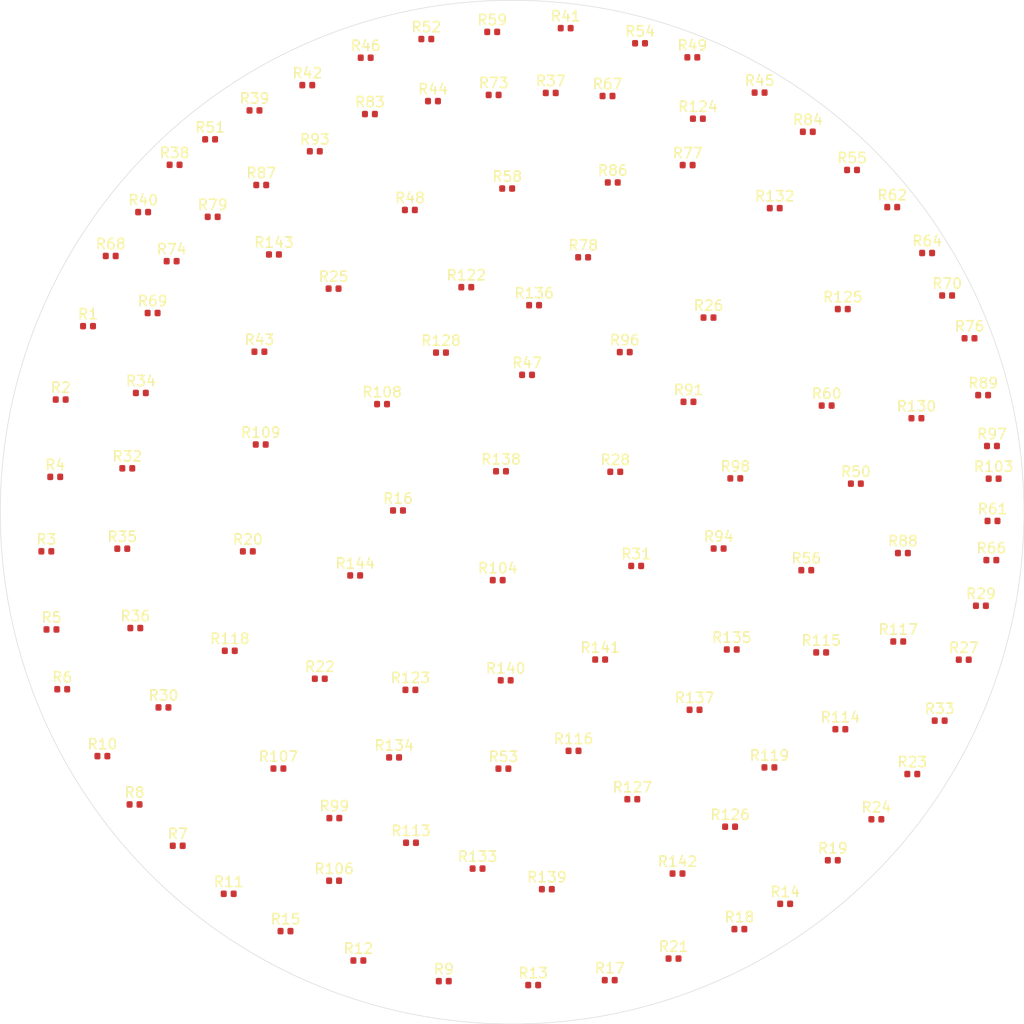
<source format=kicad_pcb>
(kicad_pcb (version 20171130) (host pcbnew "(5.1.6)-1")
  (layers (0 F.Cu signal) (31 B.Cu signal) (34 B.Paste user) (35 F.Paste user) (36 B.SilkS user) (37 F.SilkS user) (38 B.Mask user) (39 F.Mask user) (44 Edge.Cuts user))
  (net 0 "")
  (net 1 "Net-(R1-Pad2)")
  (net 2 "Net-(R1-Pad1)")
  (net 3 "Net-(R2-Pad2)")
  (net 4 "Net-(R3-Pad1)")
  (net 5 "Net-(R4-Pad2)")
  (net 6 "Net-(R5-Pad1)")
  (net 7 "Net-(R6-Pad2)")
  (net 8 "Net-(R7-Pad1)")
  (net 9 "Net-(R10-Pad1)")
  (net 10 "Net-(R11-Pad2)")
  (net 11 "Net-(R10-Pad2)")
  (net 12 "Net-(R11-Pad1)")
  (net 13 "Net-(R12-Pad2)")
  (net 14 "Net-(R13-Pad1)")
  (net 15 "Net-(R14-Pad2)")
  (net 16 "Net-(R15-Pad1)")
  (net 17 "Net-(R16-Pad2)")
  (net 18 "Net-(R17-Pad1)")
  (net 19 "Net-(R18-Pad2)")
  (net 20 "Net-(R19-Pad1)")
  (net 21 "Net-(R20-Pad2)")
  (net 22 "Net-(R21-Pad1)")
  (net 23 "Net-(R22-Pad2)")
  (net 24 "Net-(R23-Pad1)")
  (net 25 "Net-(R24-Pad2)")
  (net 26 "Net-(R25-Pad2)")
  (net 27 "Net-(R26-Pad2)")
  (net 28 "Net-(R27-Pad2)")
  (net 29 "Net-(R28-Pad2)")
  (net 30 "Net-(R29-Pad2)")
  (net 31 "Net-(R30-Pad2)")
  (net 32 "Net-(R31-Pad2)")
  (net 33 "Net-(R32-Pad2)")
  (net 34 "Net-(R33-Pad2)")
  (net 35 "Net-(R34-Pad2)")
  (net 36 "Net-(R35-Pad2)")
  (net 37 "Net-(R37-Pad2)")
  (net 38 "Net-(R37-Pad1)")
  (net 39 "Net-(R38-Pad2)")
  (net 40 "Net-(R39-Pad1)")
  (net 41 "Net-(R40-Pad2)")
  (net 42 "Net-(R41-Pad1)")
  (net 43 "Net-(R42-Pad2)")
  (net 44 "Net-(R43-Pad1)")
  (net 45 "Net-(R44-Pad2)")
  (net 46 "Net-(R45-Pad1)")
  (net 47 "Net-(R46-Pad2)")
  (net 48 "Net-(R47-Pad1)")
  (net 49 "Net-(R48-Pad2)")
  (net 50 "Net-(R49-Pad1)")
  (net 51 "Net-(R50-Pad2)")
  (net 52 "Net-(R51-Pad1)")
  (net 53 "Net-(R52-Pad2)")
  (net 54 "Net-(R53-Pad1)")
  (net 55 "Net-(R54-Pad2)")
  (net 56 "Net-(R55-Pad1)")
  (net 57 "Net-(R56-Pad2)")
  (net 58 "Net-(R57-Pad1)")
  (net 59 "Net-(R58-Pad2)")
  (net 60 "Net-(R59-Pad1)")
  (net 61 "Net-(R60-Pad2)")
  (net 62 "Net-(R61-Pad2)")
  (net 63 "Net-(R62-Pad2)")
  (net 64 "Net-(R63-Pad2)")
  (net 65 "Net-(R64-Pad2)")
  (net 66 "Net-(R65-Pad2)")
  (net 67 "Net-(R66-Pad2)")
  (net 68 "Net-(R67-Pad2)")
  (net 69 "Net-(R68-Pad2)")
  (net 70 "Net-(R69-Pad2)")
  (net 71 "Net-(R70-Pad2)")
  (net 72 "Net-(R73-Pad1)")
  (net 73 "Net-(R73-Pad2)")
  (net 74 "Net-(R74-Pad2)")
  (net 75 "Net-(R75-Pad1)")
  (net 76 "Net-(R76-Pad2)")
  (net 77 "Net-(R77-Pad2)")
  (net 78 "Net-(R77-Pad1)")
  (net 79 "Net-(R78-Pad2)")
  (net 80 "Net-(R79-Pad1)")
  (net 81 "Net-(R80-Pad2)")
  (net 82 "Net-(R82-Pad2)")
  (net 83 "Net-(R83-Pad1)")
  (net 84 "Net-(R84-Pad2)")
  (net 85 "Net-(R85-Pad1)")
  (net 86 "Net-(R86-Pad2)")
  (net 87 "Net-(R87-Pad1)")
  (net 88 "Net-(R88-Pad2)")
  (net 89 "Net-(R89-Pad1)")
  (net 90 "Net-(R90-Pad2)")
  (net 91 "Net-(R91-Pad1)")
  (net 92 "Net-(R92-Pad2)")
  (net 93 "Net-(R93-Pad1)")
  (net 94 "Net-(R94-Pad2)")
  (net 95 "Net-(R95-Pad1)")
  (net 96 "Net-(R100-Pad1)")
  (net 97 "Net-(R101-Pad2)")
  (net 98 "Net-(R102-Pad1)")
  (net 99 "Net-(R103-Pad2)")
  (net 100 "Net-(R100-Pad2)")
  (net 101 "Net-(R102-Pad2)")
  (net 102 "Net-(R103-Pad1)")
  (net 103 "Net-(R104-Pad2)")
  (net 104 "Net-(R105-Pad1)")
  (net 105 "Net-(R106-Pad2)")
  (net 106 "Net-(R107-Pad1)")
  (net 107 "Net-(R108-Pad2)")
  (net 108 "Net-(R109-Pad1)")
  (net 109 "Net-(R110-Pad2)")
  (net 110 "Net-(R111-Pad1)")
  (net 111 "Net-(R112-Pad2)")
  (net 112 "Net-(R113-Pad1)")
  (net 113 "Net-(R114-Pad2)")
  (net 114 "Net-(R115-Pad1)")
  (net 115 "Net-(R116-Pad2)")
  (net 116 "Net-(R117-Pad2)")
  (net 117 "Net-(R118-Pad2)")
  (net 118 "Net-(R119-Pad2)")
  (net 119 "Net-(R121-Pad2)")
  (net 120 "Net-(R122-Pad2)")
  (net 121 "Net-(R123-Pad2)")
  (net 122 "Net-(R124-Pad2)")
  (net 123 "Net-(R125-Pad2)")
  (net 124 "Net-(R126-Pad2)")
  (net 125 "Net-(R127-Pad2)")
  (net 126 "Net-(R130-Pad2)")
  (net 127 "Net-(R131-Pad1)")
  (net 128 "Net-(R132-Pad2)")
  (net 129 "Net-(R133-Pad2)")
  (net 130 "Net-(R134-Pad2)")
  (net 131 "Net-(R135-Pad2)")
  (net 132 "Net-(R136-Pad2)")
  (net 133 "Net-(R137-Pad2)")
  (net 134 "Net-(R138-Pad2)")
  (net 135 "Net-(R139-Pad2)")
  (net 136 "Net-(R140-Pad2)")
  (net 137 "Net-(R141-Pad2)")
  (net 138 "Net-(R142-Pad2)")
  (net 139 "Net-(R143-Pad2)")
  (module Resistor_SMD:R_0402_1005Metric (layer F.Cu) (at 76.52004 48.16856)
    (fp_text reference R1 (at 0 -1.17) (layer F.SilkS))
    (fp_text value R)
    (pad 2 smd roundrect (at 0.485 0) (size 0.59 0.64) (layers F.Cu F.Paste F.Mask) (net 1 "Net-(R1-Pad2)"))
    (pad 1 smd roundrect (at -0.485 0) (size 0.59 0.64) (layers F.Cu F.Paste F.Mask) (net 2 "Net-(R1-Pad1)"))
  )
  (module Resistor_SMD:R_0402_1005Metric (layer F.Cu) (at 73.850461 55.339861)
    (fp_text reference R2 (at 0 -1.17) (layer F.SilkS))
    (fp_text value R)
    (pad 2 smd roundrect (at 0.485 0) (size 0.59 0.64) (layers F.Cu F.Paste F.Mask) (net 3 "Net-(R2-Pad2)"))
    (pad 1 smd roundrect (at -0.485 0) (size 0.59 0.64) (layers F.Cu F.Paste F.Mask) (net 1 "Net-(R1-Pad2)"))
  )
  (module Resistor_SMD:R_0402_1005Metric (layer F.Cu) (at 72.44842 70.16496)
    (fp_text reference R3 (at 0 -1.17) (layer F.SilkS))
    (fp_text value R)
    (pad 2 smd roundrect (at 0.485 0) (size 0.59 0.64) (layers F.Cu F.Paste F.Mask) (net 2 "Net-(R1-Pad1)"))
    (pad 1 smd roundrect (at -0.485 0) (size 0.59 0.64) (layers F.Cu F.Paste F.Mask) (net 4 "Net-(R3-Pad1)"))
  )
  (module Resistor_SMD:R_0402_1005Metric (layer F.Cu) (at 73.3171 62.89294)
    (fp_text reference R4 (at 0 -1.17) (layer F.SilkS))
    (fp_text value R)
    (pad 1 smd roundrect (at -0.485 0) (size 0.59 0.64) (layers F.Cu F.Paste F.Mask) (net 3 "Net-(R2-Pad2)"))
    (pad 2 smd roundrect (at 0.485 0) (size 0.59 0.64) (layers F.Cu F.Paste F.Mask) (net 5 "Net-(R4-Pad2)"))
  )
  (module Resistor_SMD:R_0402_1005Metric (layer F.Cu) (at 72.95134 77.79766)
    (fp_text reference R5 (at 0 -1.17) (layer F.SilkS))
    (fp_text value R)
    (pad 1 smd roundrect (at -0.485 0) (size 0.59 0.64) (layers F.Cu F.Paste F.Mask) (net 6 "Net-(R5-Pad1)"))
    (pad 2 smd roundrect (at 0.485 0) (size 0.59 0.64) (layers F.Cu F.Paste F.Mask) (net 4 "Net-(R3-Pad1)"))
  )
  (module Resistor_SMD:R_0402_1005Metric (layer F.Cu) (at 73.99782 83.63458)
    (fp_text reference R6 (at 0 -1.17) (layer F.SilkS))
    (fp_text value R)
    (pad 2 smd roundrect (at 0.485 0) (size 0.59 0.64) (layers F.Cu F.Paste F.Mask) (net 7 "Net-(R6-Pad2)"))
    (pad 1 smd roundrect (at -0.485 0) (size 0.59 0.64) (layers F.Cu F.Paste F.Mask) (net 5 "Net-(R4-Pad2)"))
  )
  (module Resistor_SMD:R_0402_1005Metric (layer F.Cu) (at 85.28304 98.92792)
    (fp_text reference R7 (at 0 -1.17) (layer F.SilkS))
    (fp_text value R)
    (pad 2 smd roundrect (at 0.485 0) (size 0.59 0.64) (layers F.Cu F.Paste F.Mask) (net 6 "Net-(R5-Pad1)"))
    (pad 1 smd roundrect (at -0.485 0) (size 0.59 0.64) (layers F.Cu F.Paste F.Mask) (net 8 "Net-(R7-Pad1)"))
  )
  (module Resistor_SMD:R_0402_1005Metric (layer F.Cu) (at 81.06664 94.89186)
    (fp_text reference R8 (at 0 -1.17) (layer F.SilkS))
    (fp_text value R)
    (pad 1 smd roundrect (at -0.485 0) (size 0.59 0.64) (layers F.Cu F.Paste F.Mask) (net 7 "Net-(R6-Pad2)"))
    (pad 2 smd roundrect (at 0.485 0) (size 0.59 0.64) (layers F.Cu F.Paste F.Mask) (net 9 "Net-(R10-Pad1)"))
  )
  (module Resistor_SMD:R_0402_1005Metric (layer F.Cu) (at 111.27232 112.15116)
    (fp_text reference R9 (at 0 -1.17) (layer F.SilkS))
    (fp_text value R)
    (pad 1 smd roundrect (at -0.485 0) (size 0.59 0.64) (layers F.Cu F.Paste F.Mask) (net 10 "Net-(R11-Pad2)"))
    (pad 2 smd roundrect (at 0.485 0) (size 0.59 0.64) (layers F.Cu F.Paste F.Mask) (net 8 "Net-(R7-Pad1)"))
  )
  (module Resistor_SMD:R_0402_1005Metric (layer F.Cu) (at 77.92466 90.17)
    (fp_text reference R10 (at 0 -1.17) (layer F.SilkS))
    (fp_text value R)
    (pad 2 smd roundrect (at 0.485 0) (size 0.59 0.64) (layers F.Cu F.Paste F.Mask) (net 11 "Net-(R10-Pad2)"))
    (pad 1 smd roundrect (at -0.485 0) (size 0.59 0.64) (layers F.Cu F.Paste F.Mask) (net 9 "Net-(R10-Pad1)"))
  )
  (module Resistor_SMD:R_0402_1005Metric (layer F.Cu) (at 90.26398 103.6193)
    (fp_text reference R11 (at 0 -1.17) (layer F.SilkS))
    (fp_text value R)
    (pad 2 smd roundrect (at 0.485 0) (size 0.59 0.64) (layers F.Cu F.Paste F.Mask) (net 10 "Net-(R11-Pad2)"))
    (pad 1 smd roundrect (at -0.485 0) (size 0.59 0.64) (layers F.Cu F.Paste F.Mask) (net 12 "Net-(R11-Pad1)"))
  )
  (module Resistor_SMD:R_0402_1005Metric (layer F.Cu) (at 102.92842 110.13694)
    (fp_text reference R12 (at 0 -1.17) (layer F.SilkS))
    (fp_text value R)
    (pad 1 smd roundrect (at -0.485 0) (size 0.59 0.64) (layers F.Cu F.Paste F.Mask) (net 11 "Net-(R10-Pad2)"))
    (pad 2 smd roundrect (at 0.485 0) (size 0.59 0.64) (layers F.Cu F.Paste F.Mask) (net 13 "Net-(R12-Pad2)"))
  )
  (module Resistor_SMD:R_0402_1005Metric (layer F.Cu) (at 120.0023 112.5347)
    (fp_text reference R13 (at 0 -1.17) (layer F.SilkS))
    (fp_text value R)
    (pad 1 smd roundrect (at -0.485 0) (size 0.59 0.64) (layers F.Cu F.Paste F.Mask) (net 14 "Net-(R13-Pad1)"))
    (pad 2 smd roundrect (at 0.485 0) (size 0.59 0.64) (layers F.Cu F.Paste F.Mask) (net 12 "Net-(R11-Pad1)"))
  )
  (module Resistor_SMD:R_0402_1005Metric (layer F.Cu) (at 144.6149 104.59974)
    (fp_text reference R14 (at 0 -1.17) (layer F.SilkS))
    (fp_text value R)
    (pad 2 smd roundrect (at 0.485 0) (size 0.59 0.64) (layers F.Cu F.Paste F.Mask) (net 15 "Net-(R14-Pad2)"))
    (pad 1 smd roundrect (at -0.485 0) (size 0.59 0.64) (layers F.Cu F.Paste F.Mask) (net 13 "Net-(R12-Pad2)"))
  )
  (module Resistor_SMD:R_0402_1005Metric (layer F.Cu) (at 95.81134 107.26674)
    (fp_text reference R15 (at 0 -1.17) (layer F.SilkS))
    (fp_text value R)
    (pad 2 smd roundrect (at 0.485 0) (size 0.59 0.64) (layers F.Cu F.Paste F.Mask) (net 14 "Net-(R13-Pad1)"))
    (pad 1 smd roundrect (at -0.485 0) (size 0.59 0.64) (layers F.Cu F.Paste F.Mask) (net 16 "Net-(R15-Pad1)"))
  )
  (module Resistor_SMD:R_0402_1005Metric (layer F.Cu) (at 106.798521 66.174321)
    (fp_text reference R16 (at 0 -1.17) (layer F.SilkS))
    (fp_text value R)
    (pad 1 smd roundrect (at -0.485 0) (size 0.59 0.64) (layers F.Cu F.Paste F.Mask) (net 15 "Net-(R14-Pad2)"))
    (pad 2 smd roundrect (at 0.485 0) (size 0.59 0.64) (layers F.Cu F.Paste F.Mask) (net 17 "Net-(R16-Pad2)"))
  )
  (module Resistor_SMD:R_0402_1005Metric (layer F.Cu) (at 127.4826 112.05464)
    (fp_text reference R17 (at 0 -1.17) (layer F.SilkS))
    (fp_text value R)
    (pad 1 smd roundrect (at -0.485 0) (size 0.59 0.64) (layers F.Cu F.Paste F.Mask) (net 18 "Net-(R17-Pad1)"))
    (pad 2 smd roundrect (at 0.485 0) (size 0.59 0.64) (layers F.Cu F.Paste F.Mask) (net 16 "Net-(R15-Pad1)"))
  )
  (module Resistor_SMD:R_0402_1005Metric (layer F.Cu) (at 140.1445 107.06862)
    (fp_text reference R18 (at 0 -1.17) (layer F.SilkS))
    (fp_text value R)
    (pad 1 smd roundrect (at -0.485 0) (size 0.59 0.64) (layers F.Cu F.Paste F.Mask) (net 17 "Net-(R16-Pad2)"))
    (pad 2 smd roundrect (at 0.485 0) (size 0.59 0.64) (layers F.Cu F.Paste F.Mask) (net 19 "Net-(R18-Pad2)"))
  )
  (module Resistor_SMD:R_0402_1005Metric (layer F.Cu) (at 149.27072 100.3427)
    (fp_text reference R19 (at 0 -1.17) (layer F.SilkS))
    (fp_text value R)
    (pad 1 smd roundrect (at -0.485 0) (size 0.59 0.64) (layers F.Cu F.Paste F.Mask) (net 20 "Net-(R19-Pad1)"))
    (pad 2 smd roundrect (at 0.485 0) (size 0.59 0.64) (layers F.Cu F.Paste F.Mask) (net 18 "Net-(R17-Pad1)"))
  )
  (module Resistor_SMD:R_0402_1005Metric (layer F.Cu) (at 92.13088 70.17004)
    (fp_text reference R20 (at 0 -1.17) (layer F.SilkS))
    (fp_text value R)
    (pad 1 smd roundrect (at -0.485 0) (size 0.59 0.64) (layers F.Cu F.Paste F.Mask) (net 19 "Net-(R18-Pad2)"))
    (pad 2 smd roundrect (at 0.485 0) (size 0.59 0.64) (layers F.Cu F.Paste F.Mask) (net 21 "Net-(R20-Pad2)"))
  )
  (module Resistor_SMD:R_0402_1005Metric (layer F.Cu) (at 133.71336 109.94644)
    (fp_text reference R21 (at 0 -1.17) (layer F.SilkS))
    (fp_text value R)
    (pad 1 smd roundrect (at -0.485 0) (size 0.59 0.64) (layers F.Cu F.Paste F.Mask) (net 22 "Net-(R21-Pad1)"))
    (pad 2 smd roundrect (at 0.485 0) (size 0.59 0.64) (layers F.Cu F.Paste F.Mask) (net 20 "Net-(R19-Pad1)"))
  )
  (module Resistor_SMD:R_0402_1005Metric (layer F.Cu) (at 99.1616 82.61096)
    (fp_text reference R22 (at 0 -1.17) (layer F.SilkS))
    (fp_text value R)
    (pad 2 smd roundrect (at 0.485 0) (size 0.59 0.64) (layers F.Cu F.Paste F.Mask) (net 23 "Net-(R22-Pad2)"))
    (pad 1 smd roundrect (at -0.485 0) (size 0.59 0.64) (layers F.Cu F.Paste F.Mask) (net 21 "Net-(R20-Pad2)"))
  )
  (module Resistor_SMD:R_0402_1005Metric (layer F.Cu) (at 157.0355 91.92006)
    (fp_text reference R23 (at 0 -1.17) (layer F.SilkS))
    (fp_text value R)
    (pad 2 smd roundrect (at 0.485 0) (size 0.59 0.64) (layers F.Cu F.Paste F.Mask) (net 22 "Net-(R21-Pad1)"))
    (pad 1 smd roundrect (at -0.485 0) (size 0.59 0.64) (layers F.Cu F.Paste F.Mask) (net 24 "Net-(R23-Pad1)"))
  )
  (module Resistor_SMD:R_0402_1005Metric (layer F.Cu) (at 153.52522 96.33966)
    (fp_text reference R24 (at 0 -1.17) (layer F.SilkS))
    (fp_text value R)
    (pad 1 smd roundrect (at -0.485 0) (size 0.59 0.64) (layers F.Cu F.Paste F.Mask) (net 23 "Net-(R22-Pad2)"))
    (pad 2 smd roundrect (at 0.485 0) (size 0.59 0.64) (layers F.Cu F.Paste F.Mask) (net 25 "Net-(R24-Pad2)"))
  )
  (module Resistor_SMD:R_0402_1005Metric (layer F.Cu) (at 100.50526 44.50588)
    (fp_text reference R25 (at 0 -1.17) (layer F.SilkS))
    (fp_text value R)
    (pad 2 smd roundrect (at 0.485 0) (size 0.59 0.64) (layers F.Cu F.Paste F.Mask) (net 26 "Net-(R25-Pad2)"))
    (pad 1 smd roundrect (at -0.485 0) (size 0.59 0.64) (layers F.Cu F.Paste F.Mask) (net 24 "Net-(R23-Pad1)"))
  )
  (module Resistor_SMD:R_0402_1005Metric (layer F.Cu) (at 137.12952 47.3329)
    (fp_text reference R26 (at 0 -1.17) (layer F.SilkS))
    (fp_text value R)
    (pad 1 smd roundrect (at -0.485 0) (size 0.59 0.64) (layers F.Cu F.Paste F.Mask) (net 26 "Net-(R25-Pad2)"))
    (pad 2 smd roundrect (at 0.485 0) (size 0.59 0.64) (layers F.Cu F.Paste F.Mask) (net 27 "Net-(R26-Pad2)"))
  )
  (module Resistor_SMD:R_0402_1005Metric (layer F.Cu) (at 162.0647 80.75168)
    (fp_text reference R27 (at 0 -1.17) (layer F.SilkS))
    (fp_text value R)
    (pad 2 smd roundrect (at 0.485 0) (size 0.59 0.64) (layers F.Cu F.Paste F.Mask) (net 28 "Net-(R27-Pad2)"))
    (pad 1 smd roundrect (at -0.485 0) (size 0.59 0.64) (layers F.Cu F.Paste F.Mask) (net 27 "Net-(R26-Pad2)"))
  )
  (module Resistor_SMD:R_0402_1005Metric (layer F.Cu) (at 128.02108 62.39764)
    (fp_text reference R28 (at 0 -1.17) (layer F.SilkS))
    (fp_text value R)
    (pad 1 smd roundrect (at -0.485 0) (size 0.59 0.64) (layers F.Cu F.Paste F.Mask) (net 28 "Net-(R27-Pad2)"))
    (pad 2 smd roundrect (at 0.485 0) (size 0.59 0.64) (layers F.Cu F.Paste F.Mask) (net 29 "Net-(R28-Pad2)"))
  )
  (module Resistor_SMD:R_0402_1005Metric (layer F.Cu) (at 163.73856 75.48372)
    (fp_text reference R29 (at 0 -1.17) (layer F.SilkS))
    (fp_text value R)
    (pad 2 smd roundrect (at 0.485 0) (size 0.59 0.64) (layers F.Cu F.Paste F.Mask) (net 30 "Net-(R29-Pad2)"))
    (pad 1 smd roundrect (at -0.485 0) (size 0.59 0.64) (layers F.Cu F.Paste F.Mask) (net 29 "Net-(R28-Pad2)"))
  )
  (module Resistor_SMD:R_0402_1005Metric (layer F.Cu) (at 83.88858 85.41258)
    (fp_text reference R30 (at 0 -1.17) (layer F.SilkS))
    (fp_text value R)
    (pad 2 smd roundrect (at 0.485 0) (size 0.59 0.64) (layers F.Cu F.Paste F.Mask) (net 31 "Net-(R30-Pad2)"))
    (pad 1 smd roundrect (at -0.485 0) (size 0.59 0.64) (layers F.Cu F.Paste F.Mask) (net 30 "Net-(R29-Pad2)"))
  )
  (module Resistor_SMD:R_0402_1005Metric (layer F.Cu) (at 130.06324 71.59244)
    (fp_text reference R31 (at 0 -1.17) (layer F.SilkS))
    (fp_text value R)
    (pad 2 smd roundrect (at 0.485 0) (size 0.59 0.64) (layers F.Cu F.Paste F.Mask) (net 32 "Net-(R31-Pad2)"))
    (pad 1 smd roundrect (at -0.485 0) (size 0.59 0.64) (layers F.Cu F.Paste F.Mask) (net 31 "Net-(R30-Pad2)"))
  )
  (module Resistor_SMD:R_0402_1005Metric (layer F.Cu) (at 80.35544 62.05728)
    (fp_text reference R32 (at 0 -1.17) (layer F.SilkS))
    (fp_text value R)
    (pad 1 smd roundrect (at -0.485 0) (size 0.59 0.64) (layers F.Cu F.Paste F.Mask) (net 32 "Net-(R31-Pad2)"))
    (pad 2 smd roundrect (at 0.485 0) (size 0.59 0.64) (layers F.Cu F.Paste F.Mask) (net 33 "Net-(R32-Pad2)"))
  )
  (module Resistor_SMD:R_0402_1005Metric (layer F.Cu) (at 159.71266 86.70544)
    (fp_text reference R33 (at 0 -1.17) (layer F.SilkS))
    (fp_text value R)
    (pad 2 smd roundrect (at 0.485 0) (size 0.59 0.64) (layers F.Cu F.Paste F.Mask) (net 34 "Net-(R33-Pad2)"))
    (pad 1 smd roundrect (at -0.485 0) (size 0.59 0.64) (layers F.Cu F.Paste F.Mask) (net 33 "Net-(R32-Pad2)"))
  )
  (module Resistor_SMD:R_0402_1005Metric (layer F.Cu) (at 81.68132 54.69636)
    (fp_text reference R34 (at 0 -1.17) (layer F.SilkS))
    (fp_text value R)
    (pad 1 smd roundrect (at -0.485 0) (size 0.59 0.64) (layers F.Cu F.Paste F.Mask) (net 34 "Net-(R33-Pad2)"))
    (pad 2 smd roundrect (at 0.485 0) (size 0.59 0.64) (layers F.Cu F.Paste F.Mask) (net 35 "Net-(R34-Pad2)"))
  )
  (module Resistor_SMD:R_0402_1005Metric (layer F.Cu) (at 79.86522 69.90842)
    (fp_text reference R35 (at 0 -1.17) (layer F.SilkS))
    (fp_text value R)
    (pad 2 smd roundrect (at 0.485 0) (size 0.59 0.64) (layers F.Cu F.Paste F.Mask) (net 36 "Net-(R35-Pad2)"))
    (pad 1 smd roundrect (at -0.485 0) (size 0.59 0.64) (layers F.Cu F.Paste F.Mask) (net 35 "Net-(R34-Pad2)"))
  )
  (module Resistor_SMD:R_0402_1005Metric (layer F.Cu) (at 81.1403 77.6605)
    (fp_text reference R36 (at 0 -1.17) (layer F.SilkS))
    (fp_text value R)
    (pad 1 smd roundrect (at -0.485 0) (size 0.59 0.64) (layers F.Cu F.Paste F.Mask) (net 36 "Net-(R35-Pad2)"))
    (pad 2 smd roundrect (at 0.485 0) (size 0.59 0.64) (layers F.Cu F.Paste F.Mask) (net 25 "Net-(R24-Pad2)"))
  )
  (module Resistor_SMD:R_0402_1005Metric (layer F.Cu) (at 121.71934 25.38984)
    (fp_text reference R37 (at 0 -1.17) (layer F.SilkS))
    (fp_text value R)
    (pad 2 smd roundrect (at 0.485 0) (size 0.59 0.64) (layers F.Cu F.Paste F.Mask) (net 37 "Net-(R37-Pad2)"))
    (pad 1 smd roundrect (at -0.485 0) (size 0.59 0.64) (layers F.Cu F.Paste F.Mask) (net 38 "Net-(R37-Pad1)"))
  )
  (module Resistor_SMD:R_0402_1005Metric (layer F.Cu) (at 84.9757 32.4104)
    (fp_text reference R38 (at 0 -1.17) (layer F.SilkS))
    (fp_text value R)
    (pad 2 smd roundrect (at 0.485 0) (size 0.59 0.64) (layers F.Cu F.Paste F.Mask) (net 39 "Net-(R38-Pad2)"))
    (pad 1 smd roundrect (at -0.485 0) (size 0.59 0.64) (layers F.Cu F.Paste F.Mask) (net 37 "Net-(R37-Pad2)"))
  )
  (module Resistor_SMD:R_0402_1005Metric (layer F.Cu) (at 92.78112 27.09672)
    (fp_text reference R39 (at 0 -1.17) (layer F.SilkS))
    (fp_text value R)
    (pad 2 smd roundrect (at 0.485 0) (size 0.59 0.64) (layers F.Cu F.Paste F.Mask) (net 38 "Net-(R37-Pad1)"))
    (pad 1 smd roundrect (at -0.485 0) (size 0.59 0.64) (layers F.Cu F.Paste F.Mask) (net 40 "Net-(R39-Pad1)"))
  )
  (module Resistor_SMD:R_0402_1005Metric (layer F.Cu) (at 81.9023 37.03066)
    (fp_text reference R40 (at 0 -1.17) (layer F.SilkS))
    (fp_text value R)
    (pad 1 smd roundrect (at -0.485 0) (size 0.59 0.64) (layers F.Cu F.Paste F.Mask) (net 39 "Net-(R38-Pad2)"))
    (pad 2 smd roundrect (at 0.485 0) (size 0.59 0.64) (layers F.Cu F.Paste F.Mask) (net 41 "Net-(R40-Pad2)"))
  )
  (module Resistor_SMD:R_0402_1005Metric (layer F.Cu) (at 123.17984 19.0627)
    (fp_text reference R41 (at 0 -1.17) (layer F.SilkS))
    (fp_text value R)
    (pad 1 smd roundrect (at -0.485 0) (size 0.59 0.64) (layers F.Cu F.Paste F.Mask) (net 42 "Net-(R41-Pad1)"))
    (pad 2 smd roundrect (at 0.485 0) (size 0.59 0.64) (layers F.Cu F.Paste F.Mask) (net 40 "Net-(R39-Pad1)"))
  )
  (module Resistor_SMD:R_0402_1005Metric (layer F.Cu) (at 97.93732 24.62784)
    (fp_text reference R42 (at 0 -1.17) (layer F.SilkS))
    (fp_text value R)
    (pad 2 smd roundrect (at 0.485 0) (size 0.59 0.64) (layers F.Cu F.Paste F.Mask) (net 43 "Net-(R42-Pad2)"))
    (pad 1 smd roundrect (at -0.485 0) (size 0.59 0.64) (layers F.Cu F.Paste F.Mask) (net 41 "Net-(R40-Pad2)"))
  )
  (module Resistor_SMD:R_0402_1005Metric (layer F.Cu) (at 93.26118 50.66792)
    (fp_text reference R43 (at 0 -1.17) (layer F.SilkS))
    (fp_text value R)
    (pad 2 smd roundrect (at 0.485 0) (size 0.59 0.64) (layers F.Cu F.Paste F.Mask) (net 42 "Net-(R41-Pad1)"))
    (pad 1 smd roundrect (at -0.485 0) (size 0.59 0.64) (layers F.Cu F.Paste F.Mask) (net 44 "Net-(R43-Pad1)"))
  )
  (module Resistor_SMD:R_0402_1005Metric (layer F.Cu) (at 110.21568 26.18994)
    (fp_text reference R44 (at 0 -1.17) (layer F.SilkS))
    (fp_text value R)
    (pad 1 smd roundrect (at -0.485 0) (size 0.59 0.64) (layers F.Cu F.Paste F.Mask) (net 43 "Net-(R42-Pad2)"))
    (pad 2 smd roundrect (at 0.485 0) (size 0.59 0.64) (layers F.Cu F.Paste F.Mask) (net 45 "Net-(R44-Pad2)"))
  )
  (module Resistor_SMD:R_0402_1005Metric (layer F.Cu) (at 142.12062 25.35682)
    (fp_text reference R45 (at 0 -1.17) (layer F.SilkS))
    (fp_text value R)
    (pad 1 smd roundrect (at -0.485 0) (size 0.59 0.64) (layers F.Cu F.Paste F.Mask) (net 46 "Net-(R45-Pad1)"))
    (pad 2 smd roundrect (at 0.485 0) (size 0.59 0.64) (layers F.Cu F.Paste F.Mask) (net 44 "Net-(R43-Pad1)"))
  )
  (module Resistor_SMD:R_0402_1005Metric (layer F.Cu) (at 103.6447 21.94814)
    (fp_text reference R46 (at 0 -1.17) (layer F.SilkS))
    (fp_text value R)
    (pad 2 smd roundrect (at 0.485 0) (size 0.59 0.64) (layers F.Cu F.Paste F.Mask) (net 47 "Net-(R46-Pad2)"))
    (pad 1 smd roundrect (at -0.485 0) (size 0.59 0.64) (layers F.Cu F.Paste F.Mask) (net 45 "Net-(R44-Pad2)"))
  )
  (module Resistor_SMD:R_0402_1005Metric (layer F.Cu) (at 119.4054 52.92852)
    (fp_text reference R47 (at 0 -1.17) (layer F.SilkS))
    (fp_text value R)
    (pad 2 smd roundrect (at 0.485 0) (size 0.59 0.64) (layers F.Cu F.Paste F.Mask) (net 46 "Net-(R45-Pad1)"))
    (pad 1 smd roundrect (at -0.485 0) (size 0.59 0.64) (layers F.Cu F.Paste F.Mask) (net 48 "Net-(R47-Pad1)"))
  )
  (module Resistor_SMD:R_0402_1005Metric (layer F.Cu) (at 107.96016 36.81984)
    (fp_text reference R48 (at 0 -1.17) (layer F.SilkS))
    (fp_text value R)
    (pad 1 smd roundrect (at -0.485 0) (size 0.59 0.64) (layers F.Cu F.Paste F.Mask) (net 47 "Net-(R46-Pad2)"))
    (pad 2 smd roundrect (at 0.485 0) (size 0.59 0.64) (layers F.Cu F.Paste F.Mask) (net 49 "Net-(R48-Pad2)"))
  )
  (module Resistor_SMD:R_0402_1005Metric (layer F.Cu) (at 135.5471 21.91258)
    (fp_text reference R49 (at 0 -1.17) (layer F.SilkS))
    (fp_text value R)
    (pad 1 smd roundrect (at -0.485 0) (size 0.59 0.64) (layers F.Cu F.Paste F.Mask) (net 50 "Net-(R49-Pad1)"))
    (pad 2 smd roundrect (at 0.485 0) (size 0.59 0.64) (layers F.Cu F.Paste F.Mask) (net 48 "Net-(R47-Pad1)"))
  )
  (module Resistor_SMD:R_0402_1005Metric (layer F.Cu) (at 151.5237 63.55588)
    (fp_text reference R50 (at 0 -1.17) (layer F.SilkS))
    (fp_text value R)
    (pad 2 smd roundrect (at 0.485 0) (size 0.59 0.64) (layers F.Cu F.Paste F.Mask) (net 51 "Net-(R50-Pad2)"))
    (pad 1 smd roundrect (at -0.485 0) (size 0.59 0.64) (layers F.Cu F.Paste F.Mask) (net 49 "Net-(R48-Pad2)"))
  )
  (module Resistor_SMD:R_0402_1005Metric (layer F.Cu) (at 88.44534 29.9212)
    (fp_text reference R51 (at 0 -1.17) (layer F.SilkS))
    (fp_text value R)
    (pad 2 smd roundrect (at 0.485 0) (size 0.59 0.64) (layers F.Cu F.Paste F.Mask) (net 50 "Net-(R49-Pad1)"))
    (pad 1 smd roundrect (at -0.485 0) (size 0.59 0.64) (layers F.Cu F.Paste F.Mask) (net 52 "Net-(R51-Pad1)"))
  )
  (module Resistor_SMD:R_0402_1005Metric (layer F.Cu) (at 109.56558 20.12442)
    (fp_text reference R52 (at 0 -1.17) (layer F.SilkS))
    (fp_text value R)
    (pad 1 smd roundrect (at -0.485 0) (size 0.59 0.64) (layers F.Cu F.Paste F.Mask) (net 51 "Net-(R50-Pad2)"))
    (pad 2 smd roundrect (at 0.485 0) (size 0.59 0.64) (layers F.Cu F.Paste F.Mask) (net 53 "Net-(R52-Pad2)"))
  )
  (module Resistor_SMD:R_0402_1005Metric (layer F.Cu) (at 117.094 91.39428)
    (fp_text reference R53 (at 0 -1.17) (layer F.SilkS))
    (fp_text value R)
    (pad 1 smd roundrect (at -0.485 0) (size 0.59 0.64) (layers F.Cu F.Paste F.Mask) (net 54 "Net-(R53-Pad1)"))
    (pad 2 smd roundrect (at 0.485 0) (size 0.59 0.64) (layers F.Cu F.Paste F.Mask) (net 52 "Net-(R51-Pad1)"))
  )
  (module Resistor_SMD:R_0402_1005Metric (layer F.Cu) (at 130.4417 20.53844)
    (fp_text reference R54 (at 0 -1.17) (layer F.SilkS))
    (fp_text value R)
    (pad 1 smd roundrect (at -0.485 0) (size 0.59 0.64) (layers F.Cu F.Paste F.Mask) (net 53 "Net-(R52-Pad2)"))
    (pad 2 smd roundrect (at 0.485 0) (size 0.59 0.64) (layers F.Cu F.Paste F.Mask) (net 55 "Net-(R54-Pad2)"))
  )
  (module Resistor_SMD:R_0402_1005Metric (layer F.Cu) (at 151.15032 32.91332)
    (fp_text reference R55 (at 0 -1.17) (layer F.SilkS))
    (fp_text value R)
    (pad 1 smd roundrect (at -0.485 0) (size 0.59 0.64) (layers F.Cu F.Paste F.Mask) (net 56 "Net-(R55-Pad1)"))
    (pad 2 smd roundrect (at 0.485 0) (size 0.59 0.64) (layers F.Cu F.Paste F.Mask) (net 54 "Net-(R53-Pad1)"))
  )
  (module Resistor_SMD:R_0402_1005Metric (layer F.Cu) (at 146.67992 72.009)
    (fp_text reference R56 (at 0 -1.17) (layer F.SilkS))
    (fp_text value R)
    (pad 1 smd roundrect (at -0.485 0) (size 0.59 0.64) (layers F.Cu F.Paste F.Mask) (net 55 "Net-(R54-Pad2)"))
    (pad 2 smd roundrect (at 0.485 0) (size 0.59 0.64) (layers F.Cu F.Paste F.Mask) (net 57 "Net-(R56-Pad2)"))
  )
  (module Resistor_SMD:R_0402_1005Metric (layer F.Cu) (at 117.4623 34.72688)
    (fp_text reference R58 (at 0 -1.17) (layer F.SilkS))
    (fp_text value R)
    (pad 2 smd roundrect (at 0.485 0) (size 0.59 0.64) (layers F.Cu F.Paste F.Mask) (net 59 "Net-(R58-Pad2)"))
    (pad 1 smd roundrect (at -0.485 0) (size 0.59 0.64) (layers F.Cu F.Paste F.Mask) (net 57 "Net-(R56-Pad2)"))
  )
  (module Resistor_SMD:R_0402_1005Metric (layer F.Cu) (at 115.99926 19.42846)
    (fp_text reference R59 (at 0 -1.17) (layer F.SilkS))
    (fp_text value R)
    (pad 2 smd roundrect (at 0.485 0) (size 0.59 0.64) (layers F.Cu F.Paste F.Mask) (net 58 "Net-(R57-Pad1)"))
    (pad 1 smd roundrect (at -0.485 0) (size 0.59 0.64) (layers F.Cu F.Paste F.Mask) (net 60 "Net-(R59-Pad1)"))
  )
  (module Resistor_SMD:R_0402_1005Metric (layer F.Cu) (at 148.67128 55.9308)
    (fp_text reference R60 (at 0 -1.17) (layer F.SilkS))
    (fp_text value R)
    (pad 1 smd roundrect (at -0.485 0) (size 0.59 0.64) (layers F.Cu F.Paste F.Mask) (net 59 "Net-(R58-Pad2)"))
    (pad 2 smd roundrect (at 0.485 0) (size 0.59 0.64) (layers F.Cu F.Paste F.Mask) (net 61 "Net-(R60-Pad2)"))
  )
  (module Resistor_SMD:R_0402_1005Metric (layer F.Cu) (at 164.8714 67.19824)
    (fp_text reference R61 (at 0 -1.17) (layer F.SilkS))
    (fp_text value R)
    (pad 2 smd roundrect (at 0.485 0) (size 0.59 0.64) (layers F.Cu F.Paste F.Mask) (net 62 "Net-(R61-Pad2)"))
    (pad 1 smd roundrect (at -0.485 0) (size 0.59 0.64) (layers F.Cu F.Paste F.Mask) (net 60 "Net-(R59-Pad1)"))
  )
  (module Resistor_SMD:R_0402_1005Metric (layer F.Cu) (at 155.07462 36.54552)
    (fp_text reference R62 (at 0 -1.17) (layer F.SilkS))
    (fp_text value R)
    (pad 1 smd roundrect (at -0.485 0) (size 0.59 0.64) (layers F.Cu F.Paste F.Mask) (net 62 "Net-(R61-Pad2)"))
    (pad 2 smd roundrect (at 0.485 0) (size 0.59 0.64) (layers F.Cu F.Paste F.Mask) (net 63 "Net-(R62-Pad2)"))
  )
  (module Resistor_SMD:R_0402_1005Metric (layer F.Cu) (at 158.4833 41.02608)
    (fp_text reference R64 (at 0 -1.17) (layer F.SilkS))
    (fp_text value R)
    (pad 1 smd roundrect (at -0.485 0) (size 0.59 0.64) (layers F.Cu F.Paste F.Mask) (net 64 "Net-(R63-Pad2)"))
    (pad 2 smd roundrect (at 0.485 0) (size 0.59 0.64) (layers F.Cu F.Paste F.Mask) (net 65 "Net-(R64-Pad2)"))
  )
  (module Resistor_SMD:R_0402_1005Metric (layer F.Cu) (at 164.7571 71.02348)
    (fp_text reference R66 (at 0 -1.17) (layer F.SilkS))
    (fp_text value R)
    (pad 2 smd roundrect (at 0.485 0) (size 0.59 0.64) (layers F.Cu F.Paste F.Mask) (net 67 "Net-(R66-Pad2)"))
    (pad 1 smd roundrect (at -0.485 0) (size 0.59 0.64) (layers F.Cu F.Paste F.Mask) (net 66 "Net-(R65-Pad2)"))
  )
  (module Resistor_SMD:R_0402_1005Metric (layer F.Cu) (at 127.2667 25.68956)
    (fp_text reference R67 (at 0 -1.17) (layer F.SilkS))
    (fp_text value R)
    (pad 2 smd roundrect (at 0.485 0) (size 0.59 0.64) (layers F.Cu F.Paste F.Mask) (net 68 "Net-(R67-Pad2)"))
    (pad 1 smd roundrect (at -0.485 0) (size 0.59 0.64) (layers F.Cu F.Paste F.Mask) (net 67 "Net-(R66-Pad2)"))
  )
  (module Resistor_SMD:R_0402_1005Metric (layer F.Cu) (at 78.73746 41.31564)
    (fp_text reference R68 (at 0 -1.17) (layer F.SilkS))
    (fp_text value R)
    (pad 1 smd roundrect (at -0.485 0) (size 0.59 0.64) (layers F.Cu F.Paste F.Mask) (net 68 "Net-(R67-Pad2)"))
    (pad 2 smd roundrect (at 0.485 0) (size 0.59 0.64) (layers F.Cu F.Paste F.Mask) (net 69 "Net-(R68-Pad2)"))
  )
  (module Resistor_SMD:R_0402_1005Metric (layer F.Cu) (at 82.82926 46.88586)
    (fp_text reference R69 (at 0 -1.17) (layer F.SilkS))
    (fp_text value R)
    (pad 2 smd roundrect (at 0.485 0) (size 0.59 0.64) (layers F.Cu F.Paste F.Mask) (net 70 "Net-(R69-Pad2)"))
    (pad 1 smd roundrect (at -0.485 0) (size 0.59 0.64) (layers F.Cu F.Paste F.Mask) (net 69 "Net-(R68-Pad2)"))
  )
  (module Resistor_SMD:R_0402_1005Metric (layer F.Cu) (at 160.43656 45.17644)
    (fp_text reference R70 (at 0 -1.17) (layer F.SilkS))
    (fp_text value R)
    (pad 1 smd roundrect (at -0.485 0) (size 0.59 0.64) (layers F.Cu F.Paste F.Mask) (net 70 "Net-(R69-Pad2)"))
    (pad 2 smd roundrect (at 0.485 0) (size 0.59 0.64) (layers F.Cu F.Paste F.Mask) (net 71 "Net-(R70-Pad2)"))
  )
  (module Resistor_SMD:R_0402_1005Metric (layer F.Cu) (at 116.1415 25.58542)
    (fp_text reference R73 (at 0 -1.17) (layer F.SilkS))
    (fp_text value R)
    (pad 1 smd roundrect (at -0.485 0) (size 0.59 0.64) (layers F.Cu F.Paste F.Mask) (net 72 "Net-(R73-Pad1)"))
    (pad 2 smd roundrect (at 0.485 0) (size 0.59 0.64) (layers F.Cu F.Paste F.Mask) (net 73 "Net-(R73-Pad2)"))
  )
  (module Resistor_SMD:R_0402_1005Metric (layer F.Cu) (at 84.68868 41.82364)
    (fp_text reference R74 (at 0 -1.17) (layer F.SilkS))
    (fp_text value R)
    (pad 1 smd roundrect (at -0.485 0) (size 0.59 0.64) (layers F.Cu F.Paste F.Mask) (net 73 "Net-(R73-Pad2)"))
    (pad 2 smd roundrect (at 0.485 0) (size 0.59 0.64) (layers F.Cu F.Paste F.Mask) (net 74 "Net-(R74-Pad2)"))
  )
  (module Resistor_SMD:R_0402_1005Metric (layer F.Cu) (at 162.62604 49.35474)
    (fp_text reference R76 (at 0 -1.17) (layer F.SilkS))
    (fp_text value R)
    (pad 2 smd roundrect (at 0.485 0) (size 0.59 0.64) (layers F.Cu F.Paste F.Mask) (net 76 "Net-(R76-Pad2)"))
    (pad 1 smd roundrect (at -0.485 0) (size 0.59 0.64) (layers F.Cu F.Paste F.Mask) (net 74 "Net-(R74-Pad2)"))
  )
  (module Resistor_SMD:R_0402_1005Metric (layer F.Cu) (at 135.09244 32.43834)
    (fp_text reference R77 (at 0 -1.17) (layer F.SilkS))
    (fp_text value R)
    (pad 2 smd roundrect (at 0.485 0) (size 0.59 0.64) (layers F.Cu F.Paste F.Mask) (net 77 "Net-(R77-Pad2)"))
    (pad 1 smd roundrect (at -0.485 0) (size 0.59 0.64) (layers F.Cu F.Paste F.Mask) (net 78 "Net-(R77-Pad1)"))
  )
  (module Resistor_SMD:R_0402_1005Metric (layer F.Cu) (at 124.88164 41.44518)
    (fp_text reference R78 (at 0 -1.17) (layer F.SilkS))
    (fp_text value R)
    (pad 2 smd roundrect (at 0.485 0) (size 0.59 0.64) (layers F.Cu F.Paste F.Mask) (net 79 "Net-(R78-Pad2)"))
    (pad 1 smd roundrect (at -0.485 0) (size 0.59 0.64) (layers F.Cu F.Paste F.Mask) (net 77 "Net-(R77-Pad2)"))
  )
  (module Resistor_SMD:R_0402_1005Metric (layer F.Cu) (at 88.6968 37.4904)
    (fp_text reference R79 (at 0 -1.17) (layer F.SilkS))
    (fp_text value R)
    (pad 2 smd roundrect (at 0.485 0) (size 0.59 0.64) (layers F.Cu F.Paste F.Mask) (net 75 "Net-(R75-Pad1)"))
    (pad 1 smd roundrect (at -0.485 0) (size 0.59 0.64) (layers F.Cu F.Paste F.Mask) (net 80 "Net-(R79-Pad1)"))
  )
  (module Resistor_SMD:R_0402_1005Metric (layer F.Cu) (at 104.05618 27.45486)
    (fp_text reference R83 (at 0 -1.17) (layer F.SilkS))
    (fp_text value R)
    (pad 1 smd roundrect (at -0.485 0) (size 0.59 0.64) (layers F.Cu F.Paste F.Mask) (net 83 "Net-(R83-Pad1)"))
    (pad 2 smd roundrect (at 0.485 0) (size 0.59 0.64) (layers F.Cu F.Paste F.Mask) (net 80 "Net-(R79-Pad1)"))
  )
  (module Resistor_SMD:R_0402_1005Metric (layer F.Cu) (at 146.83232 29.1846)
    (fp_text reference R84 (at 0 -1.17) (layer F.SilkS))
    (fp_text value R)
    (pad 2 smd roundrect (at 0.485 0) (size 0.59 0.64) (layers F.Cu F.Paste F.Mask) (net 84 "Net-(R84-Pad2)"))
    (pad 1 smd roundrect (at -0.485 0) (size 0.59 0.64) (layers F.Cu F.Paste F.Mask) (net 81 "Net-(R80-Pad2)"))
  )
  (module Resistor_SMD:R_0402_1005Metric (layer F.Cu) (at 127.77724 34.13506)
    (fp_text reference R86 (at 0 -1.17) (layer F.SilkS))
    (fp_text value R)
    (pad 2 smd roundrect (at 0.485 0) (size 0.59 0.64) (layers F.Cu F.Paste F.Mask) (net 86 "Net-(R86-Pad2)"))
    (pad 1 smd roundrect (at -0.485 0) (size 0.59 0.64) (layers F.Cu F.Paste F.Mask) (net 82 "Net-(R82-Pad2)"))
  )
  (module Resistor_SMD:R_0402_1005Metric (layer F.Cu) (at 93.43898 34.38144)
    (fp_text reference R87 (at 0 -1.17) (layer F.SilkS))
    (fp_text value R)
    (pad 2 smd roundrect (at 0.485 0) (size 0.59 0.64) (layers F.Cu F.Paste F.Mask) (net 83 "Net-(R83-Pad1)"))
    (pad 1 smd roundrect (at -0.485 0) (size 0.59 0.64) (layers F.Cu F.Paste F.Mask) (net 87 "Net-(R87-Pad1)"))
  )
  (module Resistor_SMD:R_0402_1005Metric (layer F.Cu) (at 156.11856 70.33514)
    (fp_text reference R88 (at 0 -1.17) (layer F.SilkS))
    (fp_text value R)
    (pad 1 smd roundrect (at -0.485 0) (size 0.59 0.64) (layers F.Cu F.Paste F.Mask) (net 84 "Net-(R84-Pad2)"))
    (pad 2 smd roundrect (at 0.485 0) (size 0.59 0.64) (layers F.Cu F.Paste F.Mask) (net 88 "Net-(R88-Pad2)"))
  )
  (module Resistor_SMD:R_0402_1005Metric (layer F.Cu) (at 163.95446 54.90718)
    (fp_text reference R89 (at 0 -1.17) (layer F.SilkS))
    (fp_text value R)
    (pad 2 smd roundrect (at 0.485 0) (size 0.59 0.64) (layers F.Cu F.Paste F.Mask) (net 85 "Net-(R85-Pad1)"))
    (pad 1 smd roundrect (at -0.485 0) (size 0.59 0.64) (layers F.Cu F.Paste F.Mask) (net 89 "Net-(R89-Pad1)"))
  )
  (module Resistor_SMD:R_0402_1005Metric (layer F.Cu) (at 135.17372 55.5625)
    (fp_text reference R91 (at 0 -1.17) (layer F.SilkS))
    (fp_text value R)
    (pad 1 smd roundrect (at -0.485 0) (size 0.59 0.64) (layers F.Cu F.Paste F.Mask) (net 91 "Net-(R91-Pad1)"))
    (pad 2 smd roundrect (at 0.485 0) (size 0.59 0.64) (layers F.Cu F.Paste F.Mask) (net 87 "Net-(R87-Pad1)"))
  )
  (module Resistor_SMD:R_0402_1005Metric (layer F.Cu) (at 98.67392 31.0896)
    (fp_text reference R93 (at 0 -1.17) (layer F.SilkS))
    (fp_text value R)
    (pad 1 smd roundrect (at -0.485 0) (size 0.59 0.64) (layers F.Cu F.Paste F.Mask) (net 93 "Net-(R93-Pad1)"))
    (pad 2 smd roundrect (at 0.485 0) (size 0.59 0.64) (layers F.Cu F.Paste F.Mask) (net 89 "Net-(R89-Pad1)"))
  )
  (module Resistor_SMD:R_0402_1005Metric (layer F.Cu) (at 138.12012 69.89318)
    (fp_text reference R94 (at 0 -1.17) (layer F.SilkS))
    (fp_text value R)
    (pad 2 smd roundrect (at 0.485 0) (size 0.59 0.64) (layers F.Cu F.Paste F.Mask) (net 94 "Net-(R94-Pad2)"))
    (pad 1 smd roundrect (at -0.485 0) (size 0.59 0.64) (layers F.Cu F.Paste F.Mask) (net 90 "Net-(R90-Pad2)"))
  )
  (module Resistor_SMD:R_0402_1005Metric (layer F.Cu) (at 128.949021 50.706541)
    (fp_text reference R96 (at 0 -1.17) (layer F.SilkS))
    (fp_text value R)
    (pad 1 smd roundrect (at -0.485 0) (size 0.59 0.64) (layers F.Cu F.Paste F.Mask) (net 92 "Net-(R92-Pad2)"))
    (pad 2 smd roundrect (at 0.485 0) (size 0.59 0.64) (layers F.Cu F.Paste F.Mask) (net 96 "Net-(R100-Pad1)"))
  )
  (module Resistor_SMD:R_0402_1005Metric (layer F.Cu) (at 164.81806 59.87796)
    (fp_text reference R97 (at 0 -1.17) (layer F.SilkS))
    (fp_text value R)
    (pad 2 smd roundrect (at 0.485 0) (size 0.59 0.64) (layers F.Cu F.Paste F.Mask) (net 93 "Net-(R93-Pad1)"))
    (pad 1 smd roundrect (at -0.485 0) (size 0.59 0.64) (layers F.Cu F.Paste F.Mask) (net 97 "Net-(R101-Pad2)"))
  )
  (module Resistor_SMD:R_0402_1005Metric (layer F.Cu) (at 139.74826 63.04026)
    (fp_text reference R98 (at 0 -1.17) (layer F.SilkS))
    (fp_text value R)
    (pad 1 smd roundrect (at -0.485 0) (size 0.59 0.64) (layers F.Cu F.Paste F.Mask) (net 94 "Net-(R94-Pad2)"))
    (pad 2 smd roundrect (at 0.485 0) (size 0.59 0.64) (layers F.Cu F.Paste F.Mask) (net 98 "Net-(R102-Pad1)"))
  )
  (module Resistor_SMD:R_0402_1005Metric (layer F.Cu) (at 100.57892 96.22536)
    (fp_text reference R99 (at 0 -1.17) (layer F.SilkS))
    (fp_text value R)
    (pad 1 smd roundrect (at -0.485 0) (size 0.59 0.64) (layers F.Cu F.Paste F.Mask) (net 99 "Net-(R103-Pad2)"))
    (pad 2 smd roundrect (at 0.485 0) (size 0.59 0.64) (layers F.Cu F.Paste F.Mask) (net 95 "Net-(R95-Pad1)"))
  )
  (module Resistor_SMD:R_0402_1005Metric (layer F.Cu) (at 164.98316 63.0682)
    (fp_text reference R103 (at 0 -1.17) (layer F.SilkS))
    (fp_text value R)
    (pad 2 smd roundrect (at 0.485 0) (size 0.59 0.64) (layers F.Cu F.Paste F.Mask) (net 99 "Net-(R103-Pad2)"))
    (pad 1 smd roundrect (at -0.485 0) (size 0.59 0.64) (layers F.Cu F.Paste F.Mask) (net 102 "Net-(R103-Pad1)"))
  )
  (module Resistor_SMD:R_0402_1005Metric (layer F.Cu) (at 116.54028 72.98182)
    (fp_text reference R104 (at 0 -1.17) (layer F.SilkS))
    (fp_text value R)
    (pad 2 smd roundrect (at 0.485 0) (size 0.59 0.64) (layers F.Cu F.Paste F.Mask) (net 103 "Net-(R104-Pad2)"))
    (pad 1 smd roundrect (at -0.485 0) (size 0.59 0.64) (layers F.Cu F.Paste F.Mask) (net 100 "Net-(R100-Pad2)"))
  )
  (module Resistor_SMD:R_0402_1005Metric (layer F.Cu) (at 100.55606 102.34168)
    (fp_text reference R106 (at 0 -1.17) (layer F.SilkS))
    (fp_text value R)
    (pad 1 smd roundrect (at -0.485 0) (size 0.59 0.64) (layers F.Cu F.Paste F.Mask) (net 101 "Net-(R102-Pad2)"))
    (pad 2 smd roundrect (at 0.485 0) (size 0.59 0.64) (layers F.Cu F.Paste F.Mask) (net 105 "Net-(R106-Pad2)"))
  )
  (module Resistor_SMD:R_0402_1005Metric (layer F.Cu) (at 95.11792 91.38412)
    (fp_text reference R107 (at 0 -1.17) (layer F.SilkS))
    (fp_text value R)
    (pad 2 smd roundrect (at 0.485 0) (size 0.59 0.64) (layers F.Cu F.Paste F.Mask) (net 102 "Net-(R103-Pad1)"))
    (pad 1 smd roundrect (at -0.485 0) (size 0.59 0.64) (layers F.Cu F.Paste F.Mask) (net 106 "Net-(R107-Pad1)"))
  )
  (module Resistor_SMD:R_0402_1005Metric (layer F.Cu) (at 105.23982 55.78602)
    (fp_text reference R108 (at 0 -1.17) (layer F.SilkS))
    (fp_text value R)
    (pad 2 smd roundrect (at 0.485 0) (size 0.59 0.64) (layers F.Cu F.Paste F.Mask) (net 107 "Net-(R108-Pad2)"))
    (pad 1 smd roundrect (at -0.485 0) (size 0.59 0.64) (layers F.Cu F.Paste F.Mask) (net 103 "Net-(R104-Pad2)"))
  )
  (module Resistor_SMD:R_0402_1005Metric (layer F.Cu) (at 93.39072 59.73064)
    (fp_text reference R109 (at 0 -1.17) (layer F.SilkS))
    (fp_text value R)
    (pad 1 smd roundrect (at -0.485 0) (size 0.59 0.64) (layers F.Cu F.Paste F.Mask) (net 108 "Net-(R109-Pad1)"))
    (pad 2 smd roundrect (at 0.485 0) (size 0.59 0.64) (layers F.Cu F.Paste F.Mask) (net 104 "Net-(R105-Pad1)"))
  )
  (module Resistor_SMD:R_0402_1005Metric (layer F.Cu) (at 108.06938 98.63328)
    (fp_text reference R113 (at 0 -1.17) (layer F.SilkS))
    (fp_text value R)
    (pad 1 smd roundrect (at -0.485 0) (size 0.59 0.64) (layers F.Cu F.Paste F.Mask) (net 112 "Net-(R113-Pad1)"))
    (pad 2 smd roundrect (at 0.485 0) (size 0.59 0.64) (layers F.Cu F.Paste F.Mask) (net 108 "Net-(R109-Pad1)"))
  )
  (module Resistor_SMD:R_0402_1005Metric (layer F.Cu) (at 150.00718 87.5411)
    (fp_text reference R114 (at 0 -1.17) (layer F.SilkS))
    (fp_text value R)
    (pad 1 smd roundrect (at -0.485 0) (size 0.59 0.64) (layers F.Cu F.Paste F.Mask) (net 109 "Net-(R110-Pad2)"))
    (pad 2 smd roundrect (at 0.485 0) (size 0.59 0.64) (layers F.Cu F.Paste F.Mask) (net 113 "Net-(R114-Pad2)"))
  )
  (module Resistor_SMD:R_0402_1005Metric (layer F.Cu) (at 148.131981 80.041361)
    (fp_text reference R115 (at 0 -1.17) (layer F.SilkS))
    (fp_text value R)
    (pad 2 smd roundrect (at 0.485 0) (size 0.59 0.64) (layers F.Cu F.Paste F.Mask) (net 110 "Net-(R111-Pad1)"))
    (pad 1 smd roundrect (at -0.485 0) (size 0.59 0.64) (layers F.Cu F.Paste F.Mask) (net 114 "Net-(R115-Pad1)"))
  )
  (module Resistor_SMD:R_0402_1005Metric (layer F.Cu) (at 123.946081 89.654901)
    (fp_text reference R116 (at 0 -1.17) (layer F.SilkS))
    (fp_text value R)
    (pad 2 smd roundrect (at 0.485 0) (size 0.59 0.64) (layers F.Cu F.Paste F.Mask) (net 115 "Net-(R116-Pad2)"))
    (pad 1 smd roundrect (at -0.485 0) (size 0.59 0.64) (layers F.Cu F.Paste F.Mask) (net 111 "Net-(R112-Pad2)"))
  )
  (module Resistor_SMD:R_0402_1005Metric (layer F.Cu) (at 155.6639 78.97368)
    (fp_text reference R117 (at 0 -1.17) (layer F.SilkS))
    (fp_text value R)
    (pad 1 smd roundrect (at -0.485 0) (size 0.59 0.64) (layers F.Cu F.Paste F.Mask) (net 114 "Net-(R115-Pad1)"))
    (pad 2 smd roundrect (at 0.485 0) (size 0.59 0.64) (layers F.Cu F.Paste F.Mask) (net 116 "Net-(R117-Pad2)"))
  )
  (module Resistor_SMD:R_0402_1005Metric (layer F.Cu) (at 90.36812 79.88046)
    (fp_text reference R118 (at 0 -1.17) (layer F.SilkS))
    (fp_text value R)
    (pad 2 smd roundrect (at 0.485 0) (size 0.59 0.64) (layers F.Cu F.Paste F.Mask) (net 117 "Net-(R118-Pad2)"))
    (pad 1 smd roundrect (at -0.485 0) (size 0.59 0.64) (layers F.Cu F.Paste F.Mask) (net 116 "Net-(R117-Pad2)"))
  )
  (module Resistor_SMD:R_0402_1005Metric (layer F.Cu) (at 143.0782 91.27236)
    (fp_text reference R119 (at 0 -1.17) (layer F.SilkS))
    (fp_text value R)
    (pad 1 smd roundrect (at -0.485 0) (size 0.59 0.64) (layers F.Cu F.Paste F.Mask) (net 117 "Net-(R118-Pad2)"))
    (pad 2 smd roundrect (at 0.485 0) (size 0.59 0.64) (layers F.Cu F.Paste F.Mask) (net 118 "Net-(R119-Pad2)"))
  )
  (module Resistor_SMD:R_0402_1005Metric (layer F.Cu) (at 113.46928 44.36364)
    (fp_text reference R122 (at 0 -1.17) (layer F.SilkS))
    (fp_text value R)
    (pad 1 smd roundrect (at -0.485 0) (size 0.59 0.64) (layers F.Cu F.Paste F.Mask) (net 119 "Net-(R121-Pad2)"))
    (pad 2 smd roundrect (at 0.485 0) (size 0.59 0.64) (layers F.Cu F.Paste F.Mask) (net 120 "Net-(R122-Pad2)"))
  )
  (module Resistor_SMD:R_0402_1005Metric (layer F.Cu) (at 108.01096 83.69554)
    (fp_text reference R123 (at 0 -1.17) (layer F.SilkS))
    (fp_text value R)
    (pad 2 smd roundrect (at 0.485 0) (size 0.59 0.64) (layers F.Cu F.Paste F.Mask) (net 121 "Net-(R123-Pad2)"))
    (pad 1 smd roundrect (at -0.485 0) (size 0.59 0.64) (layers F.Cu F.Paste F.Mask) (net 120 "Net-(R122-Pad2)"))
  )
  (module Resistor_SMD:R_0402_1005Metric (layer F.Cu) (at 136.0932 27.90698)
    (fp_text reference R124 (at 0 -1.17) (layer F.SilkS))
    (fp_text value R)
    (pad 1 smd roundrect (at -0.485 0) (size 0.59 0.64) (layers F.Cu F.Paste F.Mask) (net 121 "Net-(R123-Pad2)"))
    (pad 2 smd roundrect (at 0.485 0) (size 0.59 0.64) (layers F.Cu F.Paste F.Mask) (net 122 "Net-(R124-Pad2)"))
  )
  (module Resistor_SMD:R_0402_1005Metric (layer F.Cu) (at 150.24608 46.50232)
    (fp_text reference R125 (at 0 -1.17) (layer F.SilkS))
    (fp_text value R)
    (pad 2 smd roundrect (at 0.485 0) (size 0.59 0.64) (layers F.Cu F.Paste F.Mask) (net 123 "Net-(R125-Pad2)"))
    (pad 1 smd roundrect (at -0.485 0) (size 0.59 0.64) (layers F.Cu F.Paste F.Mask) (net 122 "Net-(R124-Pad2)"))
  )
  (module Resistor_SMD:R_0402_1005Metric (layer F.Cu) (at 139.23772 97.0661)
    (fp_text reference R126 (at 0 -1.17) (layer F.SilkS))
    (fp_text value R)
    (pad 1 smd roundrect (at -0.485 0) (size 0.59 0.64) (layers F.Cu F.Paste F.Mask) (net 123 "Net-(R125-Pad2)"))
    (pad 2 smd roundrect (at 0.485 0) (size 0.59 0.64) (layers F.Cu F.Paste F.Mask) (net 124 "Net-(R126-Pad2)"))
  )
  (module Resistor_SMD:R_0402_1005Metric (layer F.Cu) (at 129.68478 94.37878)
    (fp_text reference R127 (at 0 -1.17) (layer F.SilkS))
    (fp_text value R)
    (pad 2 smd roundrect (at 0.485 0) (size 0.59 0.64) (layers F.Cu F.Paste F.Mask) (net 125 "Net-(R127-Pad2)"))
    (pad 1 smd roundrect (at -0.485 0) (size 0.59 0.64) (layers F.Cu F.Paste F.Mask) (net 124 "Net-(R126-Pad2)"))
  )
  (module Resistor_SMD:R_0402_1005Metric (layer F.Cu) (at 110.998 50.75428)
    (fp_text reference R128 (at 0 -1.17) (layer F.SilkS))
    (fp_text value R)
    (pad 1 smd roundrect (at -0.485 0) (size 0.59 0.64) (layers F.Cu F.Paste F.Mask) (net 125 "Net-(R127-Pad2)"))
    (pad 2 smd roundrect (at 0.485 0) (size 0.59 0.64) (layers F.Cu F.Paste F.Mask) (net 115 "Net-(R116-Pad2)"))
  )
  (module Resistor_SMD:R_0402_1005Metric (layer F.Cu) (at 157.43936 57.16524)
    (fp_text reference R130 (at 0 -1.17) (layer F.SilkS))
    (fp_text value R)
    (pad 2 smd roundrect (at 0.485 0) (size 0.59 0.64) (layers F.Cu F.Paste F.Mask) (net 126 "Net-(R130-Pad2)"))
    (pad 1 smd roundrect (at -0.485 0) (size 0.59 0.64) (layers F.Cu F.Paste F.Mask) (net 113 "Net-(R114-Pad2)"))
  )
  (module Resistor_SMD:R_0402_1005Metric (layer F.Cu) (at 143.5989 36.64458)
    (fp_text reference R132 (at 0 -1.17) (layer F.SilkS))
    (fp_text value R)
    (pad 1 smd roundrect (at -0.485 0) (size 0.59 0.64) (layers F.Cu F.Paste F.Mask) (net 126 "Net-(R130-Pad2)"))
    (pad 2 smd roundrect (at 0.485 0) (size 0.59 0.64) (layers F.Cu F.Paste F.Mask) (net 128 "Net-(R132-Pad2)"))
  )
  (module Resistor_SMD:R_0402_1005Metric (layer F.Cu) (at 114.57178 101.1555)
    (fp_text reference R133 (at 0 -1.17) (layer F.SilkS))
    (fp_text value R)
    (pad 2 smd roundrect (at 0.485 0) (size 0.59 0.64) (layers F.Cu F.Paste F.Mask) (net 129 "Net-(R133-Pad2)"))
    (pad 1 smd roundrect (at -0.485 0) (size 0.59 0.64) (layers F.Cu F.Paste F.Mask) (net 127 "Net-(R131-Pad1)"))
  )
  (module Resistor_SMD:R_0402_1005Metric (layer F.Cu) (at 106.41584 90.297)
    (fp_text reference R134 (at 0 -1.17) (layer F.SilkS))
    (fp_text value R)
    (pad 1 smd roundrect (at -0.485 0) (size 0.59 0.64) (layers F.Cu F.Paste F.Mask) (net 129 "Net-(R133-Pad2)"))
    (pad 2 smd roundrect (at 0.485 0) (size 0.59 0.64) (layers F.Cu F.Paste F.Mask) (net 130 "Net-(R134-Pad2)"))
  )
  (module Resistor_SMD:R_0402_1005Metric (layer F.Cu) (at 139.401981 79.756)
    (fp_text reference R135 (at 0 -1.17) (layer F.SilkS))
    (fp_text value R)
    (pad 2 smd roundrect (at 0.485 0) (size 0.59 0.64) (layers F.Cu F.Paste F.Mask) (net 131 "Net-(R135-Pad2)"))
    (pad 1 smd roundrect (at -0.485 0) (size 0.59 0.64) (layers F.Cu F.Paste F.Mask) (net 130 "Net-(R134-Pad2)"))
  )
  (module Resistor_SMD:R_0402_1005Metric (layer F.Cu) (at 120.0912 46.12132)
    (fp_text reference R136 (at 0 -1.17) (layer F.SilkS))
    (fp_text value R)
    (pad 1 smd roundrect (at -0.485 0) (size 0.59 0.64) (layers F.Cu F.Paste F.Mask) (net 131 "Net-(R135-Pad2)"))
    (pad 2 smd roundrect (at 0.485 0) (size 0.59 0.64) (layers F.Cu F.Paste F.Mask) (net 132 "Net-(R136-Pad2)"))
  )
  (module Resistor_SMD:R_0402_1005Metric (layer F.Cu) (at 135.7654 85.64372)
    (fp_text reference R137 (at 0 -1.17) (layer F.SilkS))
    (fp_text value R)
    (pad 2 smd roundrect (at 0.485 0) (size 0.59 0.64) (layers F.Cu F.Paste F.Mask) (net 133 "Net-(R137-Pad2)"))
    (pad 1 smd roundrect (at -0.485 0) (size 0.59 0.64) (layers F.Cu F.Paste F.Mask) (net 132 "Net-(R136-Pad2)"))
  )
  (module Resistor_SMD:R_0402_1005Metric (layer F.Cu) (at 116.86032 62.34684)
    (fp_text reference R138 (at 0 -1.17) (layer F.SilkS))
    (fp_text value R)
    (pad 2 smd roundrect (at 0.485 0) (size 0.59 0.64) (layers F.Cu F.Paste F.Mask) (net 134 "Net-(R138-Pad2)"))
    (pad 1 smd roundrect (at -0.485 0) (size 0.59 0.64) (layers F.Cu F.Paste F.Mask) (net 133 "Net-(R137-Pad2)"))
  )
  (module Resistor_SMD:R_0402_1005Metric (layer F.Cu) (at 121.33834 103.16972)
    (fp_text reference R139 (at 0 -1.17) (layer F.SilkS))
    (fp_text value R)
    (pad 2 smd roundrect (at 0.485 0) (size 0.59 0.64) (layers F.Cu F.Paste F.Mask) (net 135 "Net-(R139-Pad2)"))
    (pad 1 smd roundrect (at -0.485 0) (size 0.59 0.64) (layers F.Cu F.Paste F.Mask) (net 134 "Net-(R138-Pad2)"))
  )
  (module Resistor_SMD:R_0402_1005Metric (layer F.Cu) (at 117.31752 82.7659)
    (fp_text reference R140 (at 0 -1.17) (layer F.SilkS))
    (fp_text value R)
    (pad 1 smd roundrect (at -0.485 0) (size 0.59 0.64) (layers F.Cu F.Paste F.Mask) (net 135 "Net-(R139-Pad2)"))
    (pad 2 smd roundrect (at 0.485 0) (size 0.59 0.64) (layers F.Cu F.Paste F.Mask) (net 136 "Net-(R140-Pad2)"))
  )
  (module Resistor_SMD:R_0402_1005Metric (layer F.Cu) (at 126.54534 80.73644)
    (fp_text reference R141 (at 0 -1.17) (layer F.SilkS))
    (fp_text value R)
    (pad 2 smd roundrect (at 0.485 0) (size 0.59 0.64) (layers F.Cu F.Paste F.Mask) (net 137 "Net-(R141-Pad2)"))
    (pad 1 smd roundrect (at -0.485 0) (size 0.59 0.64) (layers F.Cu F.Paste F.Mask) (net 136 "Net-(R140-Pad2)"))
  )
  (module Resistor_SMD:R_0402_1005Metric (layer F.Cu) (at 134.10184 101.64064)
    (fp_text reference R142 (at 0 -1.17) (layer F.SilkS))
    (fp_text value R)
    (pad 1 smd roundrect (at -0.485 0) (size 0.59 0.64) (layers F.Cu F.Paste F.Mask) (net 137 "Net-(R141-Pad2)"))
    (pad 2 smd roundrect (at 0.485 0) (size 0.59 0.64) (layers F.Cu F.Paste F.Mask) (net 138 "Net-(R142-Pad2)"))
  )
  (module Resistor_SMD:R_0402_1005Metric (layer F.Cu) (at 94.68104 41.16832)
    (fp_text reference R143 (at 0 -1.17) (layer F.SilkS))
    (fp_text value R)
    (pad 2 smd roundrect (at 0.485 0) (size 0.59 0.64) (layers F.Cu F.Paste F.Mask) (net 139 "Net-(R143-Pad2)"))
    (pad 1 smd roundrect (at -0.485 0) (size 0.59 0.64) (layers F.Cu F.Paste F.Mask) (net 138 "Net-(R142-Pad2)"))
  )
  (module Resistor_SMD:R_0402_1005Metric (layer F.Cu) (at 102.61346 72.52208)
    (fp_text reference R144 (at 0 -1.17) (layer F.SilkS))
    (fp_text value R)
    (pad 1 smd roundrect (at -0.485 0) (size 0.59 0.64) (layers F.Cu F.Paste F.Mask) (net 139 "Net-(R143-Pad2)"))
    (pad 2 smd roundrect (at 0.485 0) (size 0.59 0.64) (layers F.Cu F.Paste F.Mask) (net 128 "Net-(R132-Pad2)"))
  )
  (gr_circle (center 117.94734 66.33718) (end 167.94734 66.33718) (layer Edge.Cuts) (width 0.05))
)
</source>
